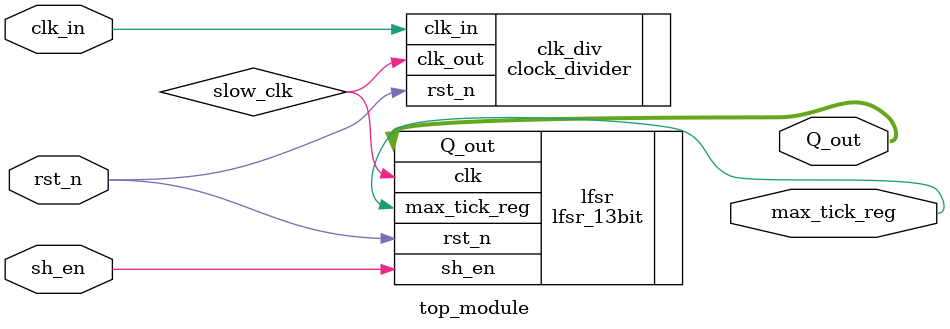
<source format=v>
`timescale 1ns / 1ps
module top_module(
    input clk_in,  // Original fast clock (e.g., 50MHz)
    input rst_n,   // Asynchronous reset, active low
    input sh_en,   // Shift enable for LFSR
    output [12:0] Q_out,  // LFSR output
    output max_tick_reg  // Indicates a full LFSR cycle
);
// Instantiate the clock divider
wire slow_clk; // This will be the 1Hz clock
clock_divider clk_div(
    .clk_in(clk_in),
    .rst_n(rst_n),
    .clk_out(slow_clk)
);
// Instantiate the LFSR
lfsr_13bit lfsr(
    .clk(slow_clk),  // Use the 1Hz clock from the clock divider
    .rst_n(rst_n),
    .sh_en(sh_en),
    .Q_out(Q_out),
    .max_tick_reg(max_tick_reg)
);
endmodule
</source>
